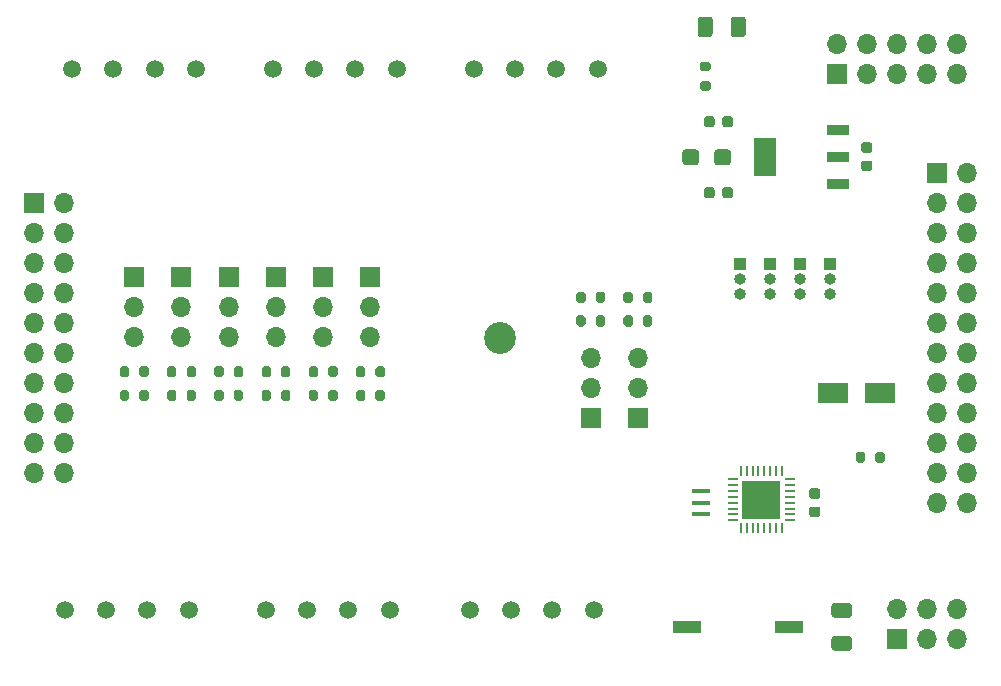
<source format=gbr>
%TF.GenerationSoftware,KiCad,Pcbnew,(5.1.10)-1*%
%TF.CreationDate,2022-03-21T18:44:11-04:00*%
%TF.ProjectId,RevA,52657641-2e6b-4696-9361-645f70636258,rev?*%
%TF.SameCoordinates,Original*%
%TF.FileFunction,Soldermask,Top*%
%TF.FilePolarity,Negative*%
%FSLAX46Y46*%
G04 Gerber Fmt 4.6, Leading zero omitted, Abs format (unit mm)*
G04 Created by KiCad (PCBNEW (5.1.10)-1) date 2022-03-21 18:44:11*
%MOMM*%
%LPD*%
G01*
G04 APERTURE LIST*
%ADD10R,1.700000X1.700000*%
%ADD11O,1.700000X1.700000*%
%ADD12C,2.700000*%
%ADD13R,1.840000X0.930000*%
%ADD14R,1.840000X3.190000*%
%ADD15R,2.500000X1.800000*%
%ADD16O,1.000000X1.000000*%
%ADD17R,1.000000X1.000000*%
%ADD18C,1.498600*%
%ADD19R,2.440000X1.120000*%
%ADD20R,1.600000X0.300000*%
%ADD21R,0.914400X0.254000*%
%ADD22R,0.254000X0.914400*%
%ADD23R,3.250000X3.250000*%
G04 APERTURE END LIST*
%TO.C,C1*%
G36*
G01*
X233270000Y-81392600D02*
X233770000Y-81392600D01*
G75*
G02*
X233995000Y-81617600I0J-225000D01*
G01*
X233995000Y-82067600D01*
G75*
G02*
X233770000Y-82292600I-225000J0D01*
G01*
X233270000Y-82292600D01*
G75*
G02*
X233045000Y-82067600I0J225000D01*
G01*
X233045000Y-81617600D01*
G75*
G02*
X233270000Y-81392600I225000J0D01*
G01*
G37*
G36*
G01*
X233270000Y-82942600D02*
X233770000Y-82942600D01*
G75*
G02*
X233995000Y-83167600I0J-225000D01*
G01*
X233995000Y-83617600D01*
G75*
G02*
X233770000Y-83842600I-225000J0D01*
G01*
X233270000Y-83842600D01*
G75*
G02*
X233045000Y-83617600I0J225000D01*
G01*
X233045000Y-83167600D01*
G75*
G02*
X233270000Y-82942600I225000J0D01*
G01*
G37*
%TD*%
%TO.C,C2*%
G36*
G01*
X220635000Y-79417600D02*
X220635000Y-79917600D01*
G75*
G02*
X220410000Y-80142600I-225000J0D01*
G01*
X219960000Y-80142600D01*
G75*
G02*
X219735000Y-79917600I0J225000D01*
G01*
X219735000Y-79417600D01*
G75*
G02*
X219960000Y-79192600I225000J0D01*
G01*
X220410000Y-79192600D01*
G75*
G02*
X220635000Y-79417600I0J-225000D01*
G01*
G37*
G36*
G01*
X222185000Y-79417600D02*
X222185000Y-79917600D01*
G75*
G02*
X221960000Y-80142600I-225000J0D01*
G01*
X221510000Y-80142600D01*
G75*
G02*
X221285000Y-79917600I0J225000D01*
G01*
X221285000Y-79417600D01*
G75*
G02*
X221510000Y-79192600I225000J0D01*
G01*
X221960000Y-79192600D01*
G75*
G02*
X222185000Y-79417600I0J-225000D01*
G01*
G37*
%TD*%
%TO.C,C3*%
G36*
G01*
X222185000Y-85417600D02*
X222185000Y-85917600D01*
G75*
G02*
X221960000Y-86142600I-225000J0D01*
G01*
X221510000Y-86142600D01*
G75*
G02*
X221285000Y-85917600I0J225000D01*
G01*
X221285000Y-85417600D01*
G75*
G02*
X221510000Y-85192600I225000J0D01*
G01*
X221960000Y-85192600D01*
G75*
G02*
X222185000Y-85417600I0J-225000D01*
G01*
G37*
G36*
G01*
X220635000Y-85417600D02*
X220635000Y-85917600D01*
G75*
G02*
X220410000Y-86142600I-225000J0D01*
G01*
X219960000Y-86142600D01*
G75*
G02*
X219735000Y-85917600I0J225000D01*
G01*
X219735000Y-85417600D01*
G75*
G02*
X219960000Y-85192600I225000J0D01*
G01*
X220410000Y-85192600D01*
G75*
G02*
X220635000Y-85417600I0J-225000D01*
G01*
G37*
%TD*%
%TO.C,C4*%
G36*
G01*
X219310000Y-82242599D02*
X219310000Y-83092601D01*
G75*
G02*
X219060001Y-83342600I-249999J0D01*
G01*
X218159999Y-83342600D01*
G75*
G02*
X217910000Y-83092601I0J249999D01*
G01*
X217910000Y-82242599D01*
G75*
G02*
X218159999Y-81992600I249999J0D01*
G01*
X219060001Y-81992600D01*
G75*
G02*
X219310000Y-82242599I0J-249999D01*
G01*
G37*
G36*
G01*
X222010000Y-82242599D02*
X222010000Y-83092601D01*
G75*
G02*
X221760001Y-83342600I-249999J0D01*
G01*
X220859999Y-83342600D01*
G75*
G02*
X220610000Y-83092601I0J249999D01*
G01*
X220610000Y-82242599D01*
G75*
G02*
X220859999Y-81992600I249999J0D01*
G01*
X221760001Y-81992600D01*
G75*
G02*
X222010000Y-82242599I0J-249999D01*
G01*
G37*
%TD*%
%TO.C,D1*%
G36*
G01*
X223259000Y-71003000D02*
X223259000Y-72253000D01*
G75*
G02*
X223009000Y-72503000I-250000J0D01*
G01*
X222259000Y-72503000D01*
G75*
G02*
X222009000Y-72253000I0J250000D01*
G01*
X222009000Y-71003000D01*
G75*
G02*
X222259000Y-70753000I250000J0D01*
G01*
X223009000Y-70753000D01*
G75*
G02*
X223259000Y-71003000I0J-250000D01*
G01*
G37*
G36*
G01*
X220459000Y-71003000D02*
X220459000Y-72253000D01*
G75*
G02*
X220209000Y-72503000I-250000J0D01*
G01*
X219459000Y-72503000D01*
G75*
G02*
X219209000Y-72253000I0J250000D01*
G01*
X219209000Y-71003000D01*
G75*
G02*
X219459000Y-70753000I250000J0D01*
G01*
X220209000Y-70753000D01*
G75*
G02*
X220459000Y-71003000I0J-250000D01*
G01*
G37*
%TD*%
D10*
%TO.C,J1*%
X163000000Y-86570000D03*
D11*
X165540000Y-86570000D03*
X163000000Y-89110000D03*
X165540000Y-89110000D03*
X163000000Y-91650000D03*
X165540000Y-91650000D03*
X163000000Y-94190000D03*
X165540000Y-94190000D03*
X163000000Y-96730000D03*
X165540000Y-96730000D03*
X163000000Y-99270000D03*
X165540000Y-99270000D03*
X163000000Y-101810000D03*
X165540000Y-101810000D03*
X163000000Y-104350000D03*
X165540000Y-104350000D03*
X163000000Y-106890000D03*
X165540000Y-106890000D03*
X163000000Y-109430000D03*
X165540000Y-109430000D03*
%TD*%
D10*
%TO.C,J2*%
X239500000Y-84030000D03*
D11*
X242040000Y-84030000D03*
X239500000Y-86570000D03*
X242040000Y-86570000D03*
X239500000Y-89110000D03*
X242040000Y-89110000D03*
X239500000Y-91650000D03*
X242040000Y-91650000D03*
X239500000Y-94190000D03*
X242040000Y-94190000D03*
X239500000Y-96730000D03*
X242040000Y-96730000D03*
X239500000Y-99270000D03*
X242040000Y-99270000D03*
X239500000Y-101810000D03*
X242040000Y-101810000D03*
X239500000Y-104350000D03*
X242040000Y-104350000D03*
X239500000Y-106890000D03*
X242040000Y-106890000D03*
X239500000Y-109430000D03*
X242040000Y-109430000D03*
X239500000Y-111970000D03*
X242040000Y-111970000D03*
%TD*%
D12*
%TO.C,M2.5*%
X202500000Y-98000000D03*
%TD*%
%TO.C,R9*%
G36*
G01*
X220112000Y-77044000D02*
X219562000Y-77044000D01*
G75*
G02*
X219362000Y-76844000I0J200000D01*
G01*
X219362000Y-76444000D01*
G75*
G02*
X219562000Y-76244000I200000J0D01*
G01*
X220112000Y-76244000D01*
G75*
G02*
X220312000Y-76444000I0J-200000D01*
G01*
X220312000Y-76844000D01*
G75*
G02*
X220112000Y-77044000I-200000J0D01*
G01*
G37*
G36*
G01*
X220112000Y-75394000D02*
X219562000Y-75394000D01*
G75*
G02*
X219362000Y-75194000I0J200000D01*
G01*
X219362000Y-74794000D01*
G75*
G02*
X219562000Y-74594000I200000J0D01*
G01*
X220112000Y-74594000D01*
G75*
G02*
X220312000Y-74794000I0J-200000D01*
G01*
X220312000Y-75194000D01*
G75*
G02*
X220112000Y-75394000I-200000J0D01*
G01*
G37*
%TD*%
D13*
%TO.C,VR1*%
X231045000Y-84967600D03*
X231045000Y-82667600D03*
X231045000Y-80367600D03*
D14*
X224875000Y-82667600D03*
%TD*%
%TO.C,C5*%
G36*
G01*
X229366000Y-113137000D02*
X228866000Y-113137000D01*
G75*
G02*
X228641000Y-112912000I0J225000D01*
G01*
X228641000Y-112462000D01*
G75*
G02*
X228866000Y-112237000I225000J0D01*
G01*
X229366000Y-112237000D01*
G75*
G02*
X229591000Y-112462000I0J-225000D01*
G01*
X229591000Y-112912000D01*
G75*
G02*
X229366000Y-113137000I-225000J0D01*
G01*
G37*
G36*
G01*
X229366000Y-111587000D02*
X228866000Y-111587000D01*
G75*
G02*
X228641000Y-111362000I0J225000D01*
G01*
X228641000Y-110912000D01*
G75*
G02*
X228866000Y-110687000I225000J0D01*
G01*
X229366000Y-110687000D01*
G75*
G02*
X229591000Y-110912000I0J-225000D01*
G01*
X229591000Y-111362000D01*
G75*
G02*
X229366000Y-111587000I-225000J0D01*
G01*
G37*
%TD*%
%TO.C,D2*%
G36*
G01*
X232019000Y-124453000D02*
X230769000Y-124453000D01*
G75*
G02*
X230519000Y-124203000I0J250000D01*
G01*
X230519000Y-123453000D01*
G75*
G02*
X230769000Y-123203000I250000J0D01*
G01*
X232019000Y-123203000D01*
G75*
G02*
X232269000Y-123453000I0J-250000D01*
G01*
X232269000Y-124203000D01*
G75*
G02*
X232019000Y-124453000I-250000J0D01*
G01*
G37*
G36*
G01*
X232019000Y-121653000D02*
X230769000Y-121653000D01*
G75*
G02*
X230519000Y-121403000I0J250000D01*
G01*
X230519000Y-120653000D01*
G75*
G02*
X230769000Y-120403000I250000J0D01*
G01*
X232019000Y-120403000D01*
G75*
G02*
X232269000Y-120653000I0J-250000D01*
G01*
X232269000Y-121403000D01*
G75*
G02*
X232019000Y-121653000I-250000J0D01*
G01*
G37*
%TD*%
D15*
%TO.C,D3*%
X230664000Y-102616000D03*
X234664000Y-102616000D03*
%TD*%
D16*
%TO.C,J3*%
X230410000Y-94234000D03*
X230410000Y-92964000D03*
D17*
X230410000Y-91694000D03*
%TD*%
%TO.C,J4*%
X227870000Y-91694000D03*
D16*
X227870000Y-92964000D03*
X227870000Y-94234000D03*
%TD*%
%TO.C,J5*%
X225330000Y-94234000D03*
X225330000Y-92964000D03*
D17*
X225330000Y-91694000D03*
%TD*%
D18*
%TO.C,J6*%
X200223998Y-75180000D03*
X203723999Y-75180000D03*
X207223999Y-75180000D03*
X210724000Y-75180000D03*
%TD*%
%TO.C,J7*%
X183223998Y-75180000D03*
X186723999Y-75180000D03*
X190223999Y-75180000D03*
X193724000Y-75180000D03*
%TD*%
%TO.C,J8*%
X176724000Y-75180000D03*
X173223999Y-75180000D03*
X169723999Y-75180000D03*
X166223998Y-75180000D03*
%TD*%
%TO.C,J9*%
X165608000Y-121031000D03*
X169108001Y-121031000D03*
X172608001Y-121031000D03*
X176108002Y-121031000D03*
%TD*%
%TO.C,J10*%
X182626000Y-121031000D03*
X186126001Y-121031000D03*
X189626001Y-121031000D03*
X193126002Y-121031000D03*
%TD*%
%TO.C,J11*%
X210398002Y-121031000D03*
X206898001Y-121031000D03*
X203398001Y-121031000D03*
X199898000Y-121031000D03*
%TD*%
D10*
%TO.C,J12*%
X231000000Y-75600000D03*
D11*
X231000000Y-73060000D03*
X233540000Y-75600000D03*
X233540000Y-73060000D03*
X236080000Y-75600000D03*
X236080000Y-73060000D03*
X238620000Y-75600000D03*
X238620000Y-73060000D03*
X241160000Y-75600000D03*
X241160000Y-73060000D03*
%TD*%
%TO.C,J13*%
X171497000Y-97913000D03*
X171497000Y-95373000D03*
D10*
X171497000Y-92833000D03*
%TD*%
%TO.C,J14*%
X175497000Y-92833000D03*
D11*
X175497000Y-95373000D03*
X175497000Y-97913000D03*
%TD*%
%TO.C,J15*%
X179497000Y-97913000D03*
X179497000Y-95373000D03*
D10*
X179497000Y-92833000D03*
%TD*%
%TO.C,J16*%
X183497000Y-92833000D03*
D11*
X183497000Y-95373000D03*
X183497000Y-97913000D03*
%TD*%
%TO.C,J17*%
X187497000Y-97913000D03*
X187497000Y-95373000D03*
D10*
X187497000Y-92833000D03*
%TD*%
%TO.C,J18*%
X191497000Y-92833000D03*
D11*
X191497000Y-95373000D03*
X191497000Y-97913000D03*
%TD*%
%TO.C,J19*%
X214143000Y-99699000D03*
X214143000Y-102239000D03*
D10*
X214143000Y-104779000D03*
%TD*%
%TO.C,J20*%
X210143000Y-104779000D03*
D11*
X210143000Y-102239000D03*
X210143000Y-99699000D03*
%TD*%
D10*
%TO.C,J21*%
X236093000Y-123469000D03*
D11*
X236093000Y-120929000D03*
X238633000Y-123469000D03*
X238633000Y-120929000D03*
X241173000Y-123469000D03*
X241173000Y-120929000D03*
%TD*%
D17*
%TO.C,J22*%
X222790000Y-91694000D03*
D16*
X222790000Y-92964000D03*
X222790000Y-94234000D03*
%TD*%
%TO.C,R1*%
G36*
G01*
X170272000Y-101108000D02*
X170272000Y-100558000D01*
G75*
G02*
X170472000Y-100358000I200000J0D01*
G01*
X170872000Y-100358000D01*
G75*
G02*
X171072000Y-100558000I0J-200000D01*
G01*
X171072000Y-101108000D01*
G75*
G02*
X170872000Y-101308000I-200000J0D01*
G01*
X170472000Y-101308000D01*
G75*
G02*
X170272000Y-101108000I0J200000D01*
G01*
G37*
G36*
G01*
X171922000Y-101108000D02*
X171922000Y-100558000D01*
G75*
G02*
X172122000Y-100358000I200000J0D01*
G01*
X172522000Y-100358000D01*
G75*
G02*
X172722000Y-100558000I0J-200000D01*
G01*
X172722000Y-101108000D01*
G75*
G02*
X172522000Y-101308000I-200000J0D01*
G01*
X172122000Y-101308000D01*
G75*
G02*
X171922000Y-101108000I0J200000D01*
G01*
G37*
%TD*%
%TO.C,R2*%
G36*
G01*
X171922000Y-103108000D02*
X171922000Y-102558000D01*
G75*
G02*
X172122000Y-102358000I200000J0D01*
G01*
X172522000Y-102358000D01*
G75*
G02*
X172722000Y-102558000I0J-200000D01*
G01*
X172722000Y-103108000D01*
G75*
G02*
X172522000Y-103308000I-200000J0D01*
G01*
X172122000Y-103308000D01*
G75*
G02*
X171922000Y-103108000I0J200000D01*
G01*
G37*
G36*
G01*
X170272000Y-103108000D02*
X170272000Y-102558000D01*
G75*
G02*
X170472000Y-102358000I200000J0D01*
G01*
X170872000Y-102358000D01*
G75*
G02*
X171072000Y-102558000I0J-200000D01*
G01*
X171072000Y-103108000D01*
G75*
G02*
X170872000Y-103308000I-200000J0D01*
G01*
X170472000Y-103308000D01*
G75*
G02*
X170272000Y-103108000I0J200000D01*
G01*
G37*
%TD*%
%TO.C,R3*%
G36*
G01*
X175922000Y-101108000D02*
X175922000Y-100558000D01*
G75*
G02*
X176122000Y-100358000I200000J0D01*
G01*
X176522000Y-100358000D01*
G75*
G02*
X176722000Y-100558000I0J-200000D01*
G01*
X176722000Y-101108000D01*
G75*
G02*
X176522000Y-101308000I-200000J0D01*
G01*
X176122000Y-101308000D01*
G75*
G02*
X175922000Y-101108000I0J200000D01*
G01*
G37*
G36*
G01*
X174272000Y-101108000D02*
X174272000Y-100558000D01*
G75*
G02*
X174472000Y-100358000I200000J0D01*
G01*
X174872000Y-100358000D01*
G75*
G02*
X175072000Y-100558000I0J-200000D01*
G01*
X175072000Y-101108000D01*
G75*
G02*
X174872000Y-101308000I-200000J0D01*
G01*
X174472000Y-101308000D01*
G75*
G02*
X174272000Y-101108000I0J200000D01*
G01*
G37*
%TD*%
%TO.C,R4*%
G36*
G01*
X174272000Y-103108000D02*
X174272000Y-102558000D01*
G75*
G02*
X174472000Y-102358000I200000J0D01*
G01*
X174872000Y-102358000D01*
G75*
G02*
X175072000Y-102558000I0J-200000D01*
G01*
X175072000Y-103108000D01*
G75*
G02*
X174872000Y-103308000I-200000J0D01*
G01*
X174472000Y-103308000D01*
G75*
G02*
X174272000Y-103108000I0J200000D01*
G01*
G37*
G36*
G01*
X175922000Y-103108000D02*
X175922000Y-102558000D01*
G75*
G02*
X176122000Y-102358000I200000J0D01*
G01*
X176522000Y-102358000D01*
G75*
G02*
X176722000Y-102558000I0J-200000D01*
G01*
X176722000Y-103108000D01*
G75*
G02*
X176522000Y-103308000I-200000J0D01*
G01*
X176122000Y-103308000D01*
G75*
G02*
X175922000Y-103108000I0J200000D01*
G01*
G37*
%TD*%
%TO.C,R5*%
G36*
G01*
X178272000Y-101108000D02*
X178272000Y-100558000D01*
G75*
G02*
X178472000Y-100358000I200000J0D01*
G01*
X178872000Y-100358000D01*
G75*
G02*
X179072000Y-100558000I0J-200000D01*
G01*
X179072000Y-101108000D01*
G75*
G02*
X178872000Y-101308000I-200000J0D01*
G01*
X178472000Y-101308000D01*
G75*
G02*
X178272000Y-101108000I0J200000D01*
G01*
G37*
G36*
G01*
X179922000Y-101108000D02*
X179922000Y-100558000D01*
G75*
G02*
X180122000Y-100358000I200000J0D01*
G01*
X180522000Y-100358000D01*
G75*
G02*
X180722000Y-100558000I0J-200000D01*
G01*
X180722000Y-101108000D01*
G75*
G02*
X180522000Y-101308000I-200000J0D01*
G01*
X180122000Y-101308000D01*
G75*
G02*
X179922000Y-101108000I0J200000D01*
G01*
G37*
%TD*%
%TO.C,R6*%
G36*
G01*
X179922000Y-103108000D02*
X179922000Y-102558000D01*
G75*
G02*
X180122000Y-102358000I200000J0D01*
G01*
X180522000Y-102358000D01*
G75*
G02*
X180722000Y-102558000I0J-200000D01*
G01*
X180722000Y-103108000D01*
G75*
G02*
X180522000Y-103308000I-200000J0D01*
G01*
X180122000Y-103308000D01*
G75*
G02*
X179922000Y-103108000I0J200000D01*
G01*
G37*
G36*
G01*
X178272000Y-103108000D02*
X178272000Y-102558000D01*
G75*
G02*
X178472000Y-102358000I200000J0D01*
G01*
X178872000Y-102358000D01*
G75*
G02*
X179072000Y-102558000I0J-200000D01*
G01*
X179072000Y-103108000D01*
G75*
G02*
X178872000Y-103308000I-200000J0D01*
G01*
X178472000Y-103308000D01*
G75*
G02*
X178272000Y-103108000I0J200000D01*
G01*
G37*
%TD*%
%TO.C,R7*%
G36*
G01*
X183922000Y-101108000D02*
X183922000Y-100558000D01*
G75*
G02*
X184122000Y-100358000I200000J0D01*
G01*
X184522000Y-100358000D01*
G75*
G02*
X184722000Y-100558000I0J-200000D01*
G01*
X184722000Y-101108000D01*
G75*
G02*
X184522000Y-101308000I-200000J0D01*
G01*
X184122000Y-101308000D01*
G75*
G02*
X183922000Y-101108000I0J200000D01*
G01*
G37*
G36*
G01*
X182272000Y-101108000D02*
X182272000Y-100558000D01*
G75*
G02*
X182472000Y-100358000I200000J0D01*
G01*
X182872000Y-100358000D01*
G75*
G02*
X183072000Y-100558000I0J-200000D01*
G01*
X183072000Y-101108000D01*
G75*
G02*
X182872000Y-101308000I-200000J0D01*
G01*
X182472000Y-101308000D01*
G75*
G02*
X182272000Y-101108000I0J200000D01*
G01*
G37*
%TD*%
%TO.C,R8*%
G36*
G01*
X182272000Y-103108000D02*
X182272000Y-102558000D01*
G75*
G02*
X182472000Y-102358000I200000J0D01*
G01*
X182872000Y-102358000D01*
G75*
G02*
X183072000Y-102558000I0J-200000D01*
G01*
X183072000Y-103108000D01*
G75*
G02*
X182872000Y-103308000I-200000J0D01*
G01*
X182472000Y-103308000D01*
G75*
G02*
X182272000Y-103108000I0J200000D01*
G01*
G37*
G36*
G01*
X183922000Y-103108000D02*
X183922000Y-102558000D01*
G75*
G02*
X184122000Y-102358000I200000J0D01*
G01*
X184522000Y-102358000D01*
G75*
G02*
X184722000Y-102558000I0J-200000D01*
G01*
X184722000Y-103108000D01*
G75*
G02*
X184522000Y-103308000I-200000J0D01*
G01*
X184122000Y-103308000D01*
G75*
G02*
X183922000Y-103108000I0J200000D01*
G01*
G37*
%TD*%
%TO.C,R10*%
G36*
G01*
X186272000Y-101108000D02*
X186272000Y-100558000D01*
G75*
G02*
X186472000Y-100358000I200000J0D01*
G01*
X186872000Y-100358000D01*
G75*
G02*
X187072000Y-100558000I0J-200000D01*
G01*
X187072000Y-101108000D01*
G75*
G02*
X186872000Y-101308000I-200000J0D01*
G01*
X186472000Y-101308000D01*
G75*
G02*
X186272000Y-101108000I0J200000D01*
G01*
G37*
G36*
G01*
X187922000Y-101108000D02*
X187922000Y-100558000D01*
G75*
G02*
X188122000Y-100358000I200000J0D01*
G01*
X188522000Y-100358000D01*
G75*
G02*
X188722000Y-100558000I0J-200000D01*
G01*
X188722000Y-101108000D01*
G75*
G02*
X188522000Y-101308000I-200000J0D01*
G01*
X188122000Y-101308000D01*
G75*
G02*
X187922000Y-101108000I0J200000D01*
G01*
G37*
%TD*%
%TO.C,R11*%
G36*
G01*
X186272000Y-103108000D02*
X186272000Y-102558000D01*
G75*
G02*
X186472000Y-102358000I200000J0D01*
G01*
X186872000Y-102358000D01*
G75*
G02*
X187072000Y-102558000I0J-200000D01*
G01*
X187072000Y-103108000D01*
G75*
G02*
X186872000Y-103308000I-200000J0D01*
G01*
X186472000Y-103308000D01*
G75*
G02*
X186272000Y-103108000I0J200000D01*
G01*
G37*
G36*
G01*
X187922000Y-103108000D02*
X187922000Y-102558000D01*
G75*
G02*
X188122000Y-102358000I200000J0D01*
G01*
X188522000Y-102358000D01*
G75*
G02*
X188722000Y-102558000I0J-200000D01*
G01*
X188722000Y-103108000D01*
G75*
G02*
X188522000Y-103308000I-200000J0D01*
G01*
X188122000Y-103308000D01*
G75*
G02*
X187922000Y-103108000I0J200000D01*
G01*
G37*
%TD*%
%TO.C,R12*%
G36*
G01*
X191922000Y-101108000D02*
X191922000Y-100558000D01*
G75*
G02*
X192122000Y-100358000I200000J0D01*
G01*
X192522000Y-100358000D01*
G75*
G02*
X192722000Y-100558000I0J-200000D01*
G01*
X192722000Y-101108000D01*
G75*
G02*
X192522000Y-101308000I-200000J0D01*
G01*
X192122000Y-101308000D01*
G75*
G02*
X191922000Y-101108000I0J200000D01*
G01*
G37*
G36*
G01*
X190272000Y-101108000D02*
X190272000Y-100558000D01*
G75*
G02*
X190472000Y-100358000I200000J0D01*
G01*
X190872000Y-100358000D01*
G75*
G02*
X191072000Y-100558000I0J-200000D01*
G01*
X191072000Y-101108000D01*
G75*
G02*
X190872000Y-101308000I-200000J0D01*
G01*
X190472000Y-101308000D01*
G75*
G02*
X190272000Y-101108000I0J200000D01*
G01*
G37*
%TD*%
%TO.C,R13*%
G36*
G01*
X190272000Y-103108000D02*
X190272000Y-102558000D01*
G75*
G02*
X190472000Y-102358000I200000J0D01*
G01*
X190872000Y-102358000D01*
G75*
G02*
X191072000Y-102558000I0J-200000D01*
G01*
X191072000Y-103108000D01*
G75*
G02*
X190872000Y-103308000I-200000J0D01*
G01*
X190472000Y-103308000D01*
G75*
G02*
X190272000Y-103108000I0J200000D01*
G01*
G37*
G36*
G01*
X191922000Y-103108000D02*
X191922000Y-102558000D01*
G75*
G02*
X192122000Y-102358000I200000J0D01*
G01*
X192522000Y-102358000D01*
G75*
G02*
X192722000Y-102558000I0J-200000D01*
G01*
X192722000Y-103108000D01*
G75*
G02*
X192522000Y-103308000I-200000J0D01*
G01*
X192122000Y-103308000D01*
G75*
G02*
X191922000Y-103108000I0J200000D01*
G01*
G37*
%TD*%
%TO.C,R14*%
G36*
G01*
X213718000Y-96250000D02*
X213718000Y-96800000D01*
G75*
G02*
X213518000Y-97000000I-200000J0D01*
G01*
X213118000Y-97000000D01*
G75*
G02*
X212918000Y-96800000I0J200000D01*
G01*
X212918000Y-96250000D01*
G75*
G02*
X213118000Y-96050000I200000J0D01*
G01*
X213518000Y-96050000D01*
G75*
G02*
X213718000Y-96250000I0J-200000D01*
G01*
G37*
G36*
G01*
X215368000Y-96250000D02*
X215368000Y-96800000D01*
G75*
G02*
X215168000Y-97000000I-200000J0D01*
G01*
X214768000Y-97000000D01*
G75*
G02*
X214568000Y-96800000I0J200000D01*
G01*
X214568000Y-96250000D01*
G75*
G02*
X214768000Y-96050000I200000J0D01*
G01*
X215168000Y-96050000D01*
G75*
G02*
X215368000Y-96250000I0J-200000D01*
G01*
G37*
%TD*%
%TO.C,R15*%
G36*
G01*
X215368000Y-94250000D02*
X215368000Y-94800000D01*
G75*
G02*
X215168000Y-95000000I-200000J0D01*
G01*
X214768000Y-95000000D01*
G75*
G02*
X214568000Y-94800000I0J200000D01*
G01*
X214568000Y-94250000D01*
G75*
G02*
X214768000Y-94050000I200000J0D01*
G01*
X215168000Y-94050000D01*
G75*
G02*
X215368000Y-94250000I0J-200000D01*
G01*
G37*
G36*
G01*
X213718000Y-94250000D02*
X213718000Y-94800000D01*
G75*
G02*
X213518000Y-95000000I-200000J0D01*
G01*
X213118000Y-95000000D01*
G75*
G02*
X212918000Y-94800000I0J200000D01*
G01*
X212918000Y-94250000D01*
G75*
G02*
X213118000Y-94050000I200000J0D01*
G01*
X213518000Y-94050000D01*
G75*
G02*
X213718000Y-94250000I0J-200000D01*
G01*
G37*
%TD*%
%TO.C,R16*%
G36*
G01*
X209718000Y-96250000D02*
X209718000Y-96800000D01*
G75*
G02*
X209518000Y-97000000I-200000J0D01*
G01*
X209118000Y-97000000D01*
G75*
G02*
X208918000Y-96800000I0J200000D01*
G01*
X208918000Y-96250000D01*
G75*
G02*
X209118000Y-96050000I200000J0D01*
G01*
X209518000Y-96050000D01*
G75*
G02*
X209718000Y-96250000I0J-200000D01*
G01*
G37*
G36*
G01*
X211368000Y-96250000D02*
X211368000Y-96800000D01*
G75*
G02*
X211168000Y-97000000I-200000J0D01*
G01*
X210768000Y-97000000D01*
G75*
G02*
X210568000Y-96800000I0J200000D01*
G01*
X210568000Y-96250000D01*
G75*
G02*
X210768000Y-96050000I200000J0D01*
G01*
X211168000Y-96050000D01*
G75*
G02*
X211368000Y-96250000I0J-200000D01*
G01*
G37*
%TD*%
%TO.C,R17*%
G36*
G01*
X209718000Y-94250000D02*
X209718000Y-94800000D01*
G75*
G02*
X209518000Y-95000000I-200000J0D01*
G01*
X209118000Y-95000000D01*
G75*
G02*
X208918000Y-94800000I0J200000D01*
G01*
X208918000Y-94250000D01*
G75*
G02*
X209118000Y-94050000I200000J0D01*
G01*
X209518000Y-94050000D01*
G75*
G02*
X209718000Y-94250000I0J-200000D01*
G01*
G37*
G36*
G01*
X211368000Y-94250000D02*
X211368000Y-94800000D01*
G75*
G02*
X211168000Y-95000000I-200000J0D01*
G01*
X210768000Y-95000000D01*
G75*
G02*
X210568000Y-94800000I0J200000D01*
G01*
X210568000Y-94250000D01*
G75*
G02*
X210768000Y-94050000I200000J0D01*
G01*
X211168000Y-94050000D01*
G75*
G02*
X211368000Y-94250000I0J-200000D01*
G01*
G37*
%TD*%
D19*
%TO.C,SW1*%
X218326000Y-122428000D03*
X226936000Y-122428000D03*
%TD*%
D20*
%TO.C,Y1*%
X219464000Y-112862000D03*
X219464000Y-111912000D03*
X219464000Y-110962000D03*
%TD*%
D21*
%TO.C,U1*%
X222194700Y-109908001D03*
X222194700Y-110408000D03*
X222194700Y-110907999D03*
X222194700Y-111408000D03*
X222194700Y-111908000D03*
X222194700Y-112408001D03*
X222194700Y-112908000D03*
X222194700Y-113407999D03*
D22*
X222845001Y-114058300D03*
X223345000Y-114058300D03*
X223844999Y-114058300D03*
X224345000Y-114058300D03*
X224845000Y-114058300D03*
X225345001Y-114058300D03*
X225845000Y-114058300D03*
X226344999Y-114058300D03*
D21*
X226995300Y-113407999D03*
X226995300Y-112908000D03*
X226995300Y-112408001D03*
X226995300Y-111908000D03*
X226995300Y-111408000D03*
X226995300Y-110907999D03*
X226995300Y-110408000D03*
X226995300Y-109908001D03*
D22*
X226344999Y-109257700D03*
X225845000Y-109257700D03*
X225345001Y-109257700D03*
X224845000Y-109257700D03*
X224345000Y-109257700D03*
X223844999Y-109257700D03*
X223345000Y-109257700D03*
X222845001Y-109257700D03*
D23*
X224595000Y-111658000D03*
%TD*%
%TO.C,R18*%
G36*
G01*
X232582000Y-108352000D02*
X232582000Y-107802000D01*
G75*
G02*
X232782000Y-107602000I200000J0D01*
G01*
X233182000Y-107602000D01*
G75*
G02*
X233382000Y-107802000I0J-200000D01*
G01*
X233382000Y-108352000D01*
G75*
G02*
X233182000Y-108552000I-200000J0D01*
G01*
X232782000Y-108552000D01*
G75*
G02*
X232582000Y-108352000I0J200000D01*
G01*
G37*
G36*
G01*
X234232000Y-108352000D02*
X234232000Y-107802000D01*
G75*
G02*
X234432000Y-107602000I200000J0D01*
G01*
X234832000Y-107602000D01*
G75*
G02*
X235032000Y-107802000I0J-200000D01*
G01*
X235032000Y-108352000D01*
G75*
G02*
X234832000Y-108552000I-200000J0D01*
G01*
X234432000Y-108552000D01*
G75*
G02*
X234232000Y-108352000I0J200000D01*
G01*
G37*
%TD*%
M02*

</source>
